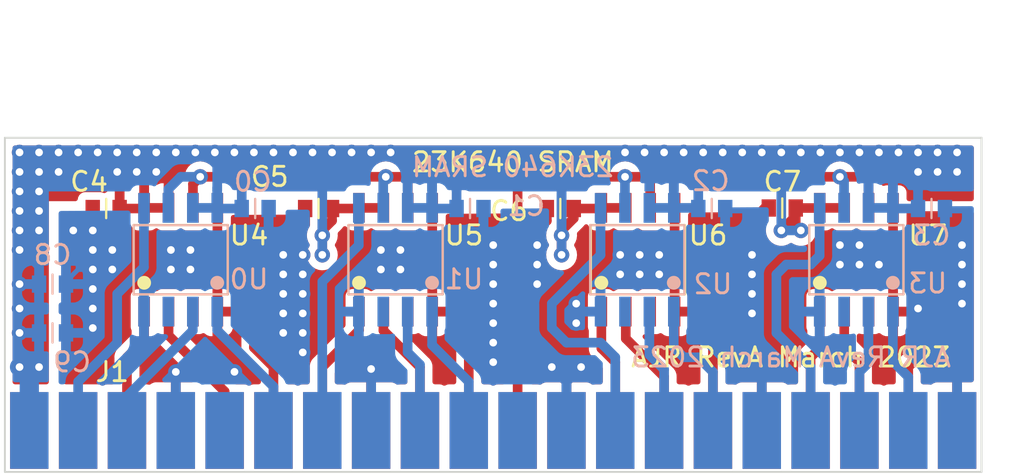
<source format=kicad_pcb>
(kicad_pcb (version 20211014) (generator pcbnew)
  (layers (0 "F.Cu" signal) (31 "B.Cu" signal) (34 "B.Paste" user) (35 "F.Paste" user) (36 "B.SilkS" user "B.Silkscreen") (37 "F.SilkS" user "F.Silkscreen") (38 "B.Mask" user) (39 "F.Mask" user) (44 "Edge.Cuts" user))
  (net 0 "")
  (net 1 "/nCS_0")
  (net 2 "/S0_0")
  (net 4 "GND")
  (net 5 "/SI_0")
  (net 6 "Net-(J1-Pad21)")
  (net 7 "+3V3")
  (net 8 "/nCS_1")
  (net 9 "/S0_1")
  (net 11 "/SI_1")
  (net 12 "/nCS_2")
  (net 13 "/S0_2")
  (net 15 "/SI_2")
  (net 16 "/nCS_3")
  (net 17 "/S0_3")
  (net 19 "/SI_3")
  (net 20 "/nCS_4")
  (net 21 "/S0_4")
  (net 23 "/SI_4")
  (net 24 "/nCS_5")
  (net 25 "/S0_5")
  (net 27 "/SI_5")
  (net 28 "/nCS_6")
  (net 29 "/S0_6")
  (net 31 "/SI_6")
  (net 32 "/nCS_7")
  (net 33 "/S0_7")
  (net 35 "/SI_7")
  (footprint "23K640:23K640" (layer "F.Cu") (at 83.19 118.27)
    (fp_text reference "U5")
    (fp_text value "23K640")
  )
  (footprint "23K640:0603" (layer "F.Cu") (at 92.961 112.903)
    (fp_text reference "C6")
    (fp_text value "CAP_100nF_0603_6V3")
  )
  (footprint "23K640:0603" (layer "F.Cu") (at 80.388 112.903)
    (fp_text reference "C5")
    (fp_text value "CAP_100nF_0603_6V3")
  )
  (footprint "23K640:23K640" (layer "F.Cu") (at 72.014 118.27)
    (fp_text reference "U4")
    (fp_text value "23K640")
  )
  (footprint "23K640:0603" (layer "F.Cu") (at 104.5068 112.8776)
    (fp_text reference "C7")
    (fp_text value "CAP_100nF_0603_6V3")
  )
  (footprint "23K640:0603" (layer "F.Cu") (at 69.339 112.903)
    (fp_text reference "C4")
    (fp_text value "CAP_100nF_0603_6V3")
  )
  (footprint "23K640:23K640" (layer "F.Cu") (at 95.796 118.27)
    (fp_text reference "U6")
    (fp_text value "23K640")
  )
  (footprint "23K640:2x20_Header" (layer "F.Cu") (at 66.04 124.46)
    (fp_text reference "J1")
    (fp_text value "2x20_Socket")
  )
  (footprint "23K640:23K640" (layer "F.Cu") (at 107.16 118.27)
    (fp_text reference "U7")
    (fp_text value "23K640")
  )
  (footprint "23K640:23K640" (layer "B.Cu") (at 110.96 118.27 180)
    (fp_text reference "U3")
    (fp_text value "23K640")
  )
  (footprint "23K640:0603" (layer "B.Cu") (at 102.238 112.903 180)
    (fp_text reference "C2")
    (fp_text value "CAP_100nF_0603_6V3")
  )
  (footprint "23K640:0603" (layer "B.Cu") (at 78.489 112.903 180)
    (fp_text reference "C0")
    (fp_text value "CAP_100nF_0603_6V3")
  )
  (footprint "23K640:23K640" (layer "B.Cu") (at 86.99 118.27 180)
    (fp_text reference "U1")
    (fp_text value "23K640")
  )
  (footprint "23K640:0603" (layer "B.Cu") (at 67.948 119.38 180)
    (fp_text reference "C9")
    (fp_text value "CAP_100nF_0603_6V3")
  )
  (footprint "23K640:0603" (layer "B.Cu") (at 89.665 112.903 180)
    (fp_text reference "C1")
    (fp_text value "CAP_100nF_0603_6V3")
  )
  (footprint "23K640:23K640" (layer "B.Cu") (at 75.814 118.27 180)
    (fp_text reference "U0")
    (fp_text value "23K640")
  )
  (footprint "23K640:0603" (layer "B.Cu") (at 67.948 116.84 180)
    (fp_text reference "C8")
    (fp_text value "CAP_4.7uF_0603_6V3")
  )
  (footprint "23K640:0603" (layer "B.Cu") (at 113.668 112.903 180)
    (fp_text reference "C3")
    (fp_text value "CAP_100nF_0603_6V3")
  )
  (footprint "23K640:23K640" (layer "B.Cu") (at 99.563 118.27 180)
    (fp_text reference "U2")
    (fp_text value "23K640")
  )
  (gr_line (start 64.77 126.619) (end 115.57 126.619) (layer "Edge.Cuts") (width 0.1))
  (gr_line (start 115.57 109.22) (end 64.77 109.22) (layer "Edge.Cuts") (width 0.1))
  (gr_line (start 64.77 109.22) (end 64.77 126.619) (layer "Edge.Cuts") (width 0.1))
  (gr_line (start 115.57 126.619) (end 115.57 109.22) (layer "Edge.Cuts") (width 0.1))
  (gr_text "AJR RevA March 2023" (at 105.664 120.65) (layer "B.SilkS") (effects (font (size 1 1)) (justify mirror)))
  (gr_text "23K640 SRAM" (at 91.186 110.744) (layer "B.SilkS") (effects (font (size 1 1)) (justify mirror)))
  (gr_text "23K640 SRAM" (at 91.186 110.49) (layer "F.SilkS") (effects (font (size 1 1))))
  (gr_text "AJR RevA March 2023" (at 105.664 120.65) (layer "F.SilkS") (effects (font (size 1 1))))
  (segment (start 75.814 119.248) (end 78.74 122.174) (width 0.5) (layer "B.Cu") (net 1))
  (segment (start 75.814 118.27) (end 75.814 119.248) (width 0.5) (layer "B.Cu") (net 1))
  (segment (start 78.74 122.174) (end 78.74 124.46) (width 0.5) (layer "B.Cu") (net 1))
  (segment (start 74.544 119.258) (end 74.544 118.27) (width 0.5) (layer "B.Cu") (net 2))
  (segment (start 71.12 124.46) (end 71.12 122.682) (width 0.5) (layer "B.Cu") (net 2))
  (segment (start 71.12 122.682) (end 74.544 119.258) (width 0.5) (layer "B.Cu") (net 2))
  (segment (start 93.98 121.92) (end 93.218 121.158) (width 0.5) (layer "F.Cu") (net 4))
  (segment (start 75.824 120.519402) (end 75.824 118.27) (width 0.25) (layer "F.Cu") (net 4))
  (segment (start 93.98 122.174) (end 93.98 121.92) (width 0.5) (layer "F.Cu") (net 4))
  (segment (start 92.456 114.046) (end 92.456 114.808) (width 0.5) (layer "F.Cu") (net 4))
  (segment (start 76.712299 121.407701) (end 75.824 120.519402) (width 0.25) (layer "F.Cu") (net 4))
  (segment (start 104.2924 112.8776) (end 103.632 113.538) (width 0.5) (layer "F.Cu") (net 4))
  (segment (start 103.632 113.538) (end 103.632 115.316) (width 0.5) (layer "F.Cu") (net 4))
  (segment (start 93.98 124.46) (end 93.98 122.174) (width 0.5) (layer "F.Cu") (net 4))
  (segment (start 93.98 122.174) (end 93.98 122.0216) (width 0.25) (layer "F.Cu") (net 4))
  (segment (start 104.5068 112.8776) (end 104.2924 112.8776) (width 0.5) (layer "F.Cu") (net 4))
  (segment (start 92.961 112.903) (end 92.961 113.541) (width 0.5) (layer "F.Cu") (net 4))
  (segment (start 94.742 121.158) (end 93.98 121.92) (width 0.5) (layer "F.Cu") (net 4))
  (segment (start 83.82 124.46) (end 83.82 121.2596) (width 0.25) (layer "F.Cu") (net 4))
  (segment (start 69.339 112.903) (end 69.339 113.287) (width 0.25) (layer "F.Cu") (net 4))
  (segment (start 92.961 113.541) (end 92.456 114.046) (width 0.5) (layer "F.Cu") (net 4))
  (segment (start 93.98 122.0216) (end 93.98 121.92) (width 0.5) (layer "F.Cu") (net 4))
  (via (at 70.358 116.078) (size 0.8) (drill 0.4) (layers "F.Cu" "B.Cu") (net 4))
  (via (at 83.82 121.2596) (size 0.8) (drill 0.4) (layers "F.Cu" "B.Cu") (net 4))
  (via (at 94.488 118.872) (size 0.8) (drill 0.4) (layers "F.Cu" "B.Cu") (net 4))
  (via (at 114.554 116.84) (size 0.8) (drill 0.4) (layers "F.Cu" "B.Cu") (net 4))
  (via (at 90.17 115.824) (size 0.8) (drill 0.4) (layers "F.Cu" "B.Cu") (net 4))
  (via (at 94.488 117.856) (size 0.8) (drill 0.4) (layers "F.Cu" "B.Cu") (net 4))
  (via (at 109.22 114.808) (size 0.8) (drill 0.4) (layers "F.Cu" "B.Cu") (net 4))
  (via (at 79.248 118.364) (size 0.8) (drill 0.4) (layers "F.Cu" "B.Cu") (net 4))
  (via (at 98.806 115.316) (size 0.8) (drill 0.4) (layers "F.Cu" "B.Cu") (net 4))
  (via (at 109.22 115.824) (size 0.8) (drill 0.4) (layers "F.Cu" "B.Cu") (net 4))
  (via (at 74.422 115.062) (size 0.8) (drill 0.4) (layers "F.Cu" "B.Cu") (net 4))
  (via (at 90.17 120.904) (size 0.8) (drill 0.4) (layers "F.Cu" "B.Cu") (net 4))
  (via (at 96.774 116.332) (size 0.8) (drill 0.4) (layers "F.Cu" "B.Cu") (net 4))
  (via (at 79.248 116.332) (size 0.8) (drill 0.4) (layers "F.Cu" "B.Cu") (net 4))
  (via (at 103.632 116.332) (size 0.8) (drill 0.4) (layers "F.Cu" "B.Cu") (net 4))
  (via (at 93.218 121.158) (size 0.8) (drill 0.4) (layers "F.Cu" "B.Cu") (net 4))
  (via (at 73.406 115.062) (size 0.8) (drill 0.4) (layers "F.Cu" "B.Cu") (net 4))
  (via (at 112.268 118.11) (size 0.8) (drill 0.4) (layers "F.Cu" "B.Cu") (net 4))
  (via (at 84.328 116.078) (size 0.8) (drill 0.4) (layers "F.Cu" "B.Cu") (net 4))
  (via (at 84.328 115.062) (size 0.8) (drill 0.4) (layers "F.Cu" "B.Cu") (net 4))
  (via (at 73.406 116.078) (size 0.8) (drill 0.4) (layers "F.Cu" "B.Cu") (net 4))
  (via (at 85.344 115.062) (size 0.8) (drill 0.4) (layers "F.Cu" "B.Cu") (net 4))
  (via (at 68.326 114.046) (size 0.8) (drill 0.4) (layers "F.Cu" "B.Cu") (net 4))
  (via (at 92.456 116.84) (size 0.8) (drill 0.4) (layers "F.Cu" "B.Cu") (net 4))
  (via (at 69.342 118.11) (size 0.8) (drill 0.4) (layers "F.Cu" "B.Cu") (net 4))
  (via (at 92.456 114.808) (size 0.8) (drill 0.4) (layers "F.Cu" "B.Cu") (net 4))
  (via (at 69.342 117.094) (size 0.8) (drill 0.4) (layers "F.Cu" "B.Cu") (net 4))
  (via (at 69.342 119.126) (size 0.8) (drill 0.4) (layers "F.Cu" "B.Cu") (net 4))
  (via (at 90.17 114.808) (size 0.8) (drill 0.4) (layers "F.Cu" "B.Cu") (net 4))
  (via (at 96.774 115.316) (size 0.8) (drill 0.4) (layers "F.Cu" "B.Cu") (net 4))
  (via (at 90.17 117.856) (size 0.8) (drill 0.4) (layers "F.Cu" "B.Cu") (net 4))
  (via (at 74.422 116.078) (size 0.8) (drill 0.4) (layers "F.Cu" "B.Cu") (net 4))
  (via (at 114.554 117.856) (size 0.8) (drill 0.4) (layers "F.Cu" "B.Cu") (net 4))
  (via (at 103.632 117.348) (size 0.8) (drill 0.4) (layers "F.Cu" "B.Cu") (net 4))
  (via (at 79.248 117.348) (size 0.8) (drill 0.4) (layers "F.Cu" "B.Cu") (net 4))
  (via (at 97.79 115.316) (size 0.8) (drill 0.4) (layers "F.Cu" "B.Cu") (net 4))
  (via (at 85.344 116.078) (size 0.8) (drill 0.4) (layers "F.Cu" "B.Cu") (net 4))
  (via (at 108.204 114.808) (size 0.8) (drill 0.4) (layers "F.Cu" "B.Cu") (net 4))
  (via (at 69.342 115.062) (size 0.8) (drill 0.4) (layers "F.Cu" "B.Cu") (net 4))
  (via (at 114.554 114.808) (size 0.8) (drill 0.4) (layers "F.Cu" "B.Cu") (net 4))
  (via (at 73.66 121.412) (size 0.8) (drill 0.4) (layers "F.Cu" "B.Cu") (net 4))
  (via (at 76.712299 121.407701) (size 0.8) (drill 0.4) (layers "F.Cu" "B.Cu") (net 4))
  (via (at 94.742 121.158) (size 0.8) (drill 0.4) (layers "F.Cu" "B.Cu") (net 4))
  (via (at 80.264 120.396) (size 0.8) (drill 0.4) (layers "F.Cu" "B.Cu") (net 4))
  (via (at 69.342 114.046) (size 0.8) (drill 0.4) (layers "F.Cu" "B.Cu") (net 4))
  (via (at 80.264 117.348) (size 0.8) (drill 0.4) (layers "F.Cu" "B.Cu") (net 4))
  (via (at 90.17 119.888) (size 0.8) (drill 0.4) (layers "F.Cu" "B.Cu") (net 4))
  (via (at 79.248 119.38) (size 0.8) (drill 0.4) (layers "F.Cu" "B.Cu") (net 4))
  (via (at 79.248 115.316) (size 0.8) (drill 0.4) (layers "F.Cu" "B.Cu") (net 4))
  (via (at 90.17 116.84) (size 0.8) (drill 0.4) (layers "F.Cu" "B.Cu") (net 4))
  (via (at 103.632 118.364) (size 0.8) (drill 0.4) (layers "F.Cu" "B.Cu") (net 4))
  (via (at 92.456 115.824) (size 0.8) (drill 0.4) (layers "F.Cu" "B.Cu") (net 4))
  (via (at 80.264 115.316) (size 0.8) (drill 0.4) (layers "F.Cu" "B.Cu") (net 4))
  (via (at 110.236 115.824) (size 0.8) (drill 0.4) (layers "F.Cu" "B.Cu") (net 4))
  (via (at 108.204 115.824) (size 0.8) (drill 0.4) (layers "F.Cu" "B.Cu") (net 4))
  (via (at 80.264 118.364) (size 0.8) (drill 0.4) (layers "F.Cu" "B.Cu") (net 4))
  (via (at 97.79 116.332) (size 0.8) (drill 0.4) (layers "F.Cu" "B.Cu") (net 4))
  (via (at 70.358 115.062) (size 0.8) (drill 0.4) (layers "F.Cu" "B.Cu") (net 4))
  (via (at 114.554 115.824) (size 0.8) (drill 0.4) (layers "F.Cu" "B.Cu") (net 4))
  (via (at 69.342 116.078) (size 0.8) (drill 0.4) (layers "F.Cu" "B.Cu") (net 4))
  (via (at 80.264 116.332) (size 0.8) (drill 0.4) (layers "F.Cu" "B.Cu") (net 4))
  (via (at 98.806 116.332) (size 0.8) (drill 0.4) (layers "F.Cu" "B.Cu") (net 4))
  (via (at 103.632 115.316) (size 0.8) (drill 0.4) (layers "F.Cu" "B.Cu") (net 4))
  (via (at 90.17 118.872) (size 0.8) (drill 0.4) (layers "F.Cu" "B.Cu") (net 4))
  (via (at 80.264 119.38) (size 0.8) (drill 0.4) (layers "F.Cu" "B.Cu") (net 4))
  (segment (start 93.98 124.46) (end 93.98 122.0216) (width 0.25) (layer "B.Cu") (net 4))
  (segment (start 102.238 112.903) (end 102.238 114.678) (width 0.5) (layer "B.Cu") (net 4))
  (segment (start 93.98 121.92) (end 93.218 121.158) (width 0.5) (layer "B.Cu") (net 4))
  (segment (start 93.98 124.46) (end 93.98 121.92) (width 0.5) (layer "B.Cu") (net 4))
  (segment (start 69.596 114.046) (end 69.596 115.062) (width 0.25) (layer "B.Cu") (net 4))
  (segment (start 83.18 118.27) (end 83.18 120.6196) (width 0.25) (layer "B.Cu") (net 4))
  (segment (start 102.238 113.922) (end 102.238 114.678) (width 0.25) (layer "B.Cu") (net 4))
  (segment (start 77.47 116.078) (end 78.489 115.059) (width 0.5) (layer "B.Cu") (net 4))
  (segment (start 93.98 121.92) (end 94.742 121.158) (width 0.5) (layer "B.Cu") (net 4))
  (segment (start 72.004 117.1244) (end 72.004 118.27) (width 0.5) (layer "B.Cu") (net 4))
  (segment (start 72.004 117.1244) (end 72.3596 117.1244) (width 0.5) (layer "B.Cu") (net 4))
  (segment (start 69.596 114.046) (end 68.58 114.046) (width 0.25) (layer "B.Cu") (net 4))
  (segment (start 69.342 116.078) (end 68.58 116.078) (width 0.25) (layer "B.Cu") (net 4))
  (segment (start 69.596 116.078) (end 69.342 116.078) (width 0.25) (layer "B.Cu") (net 4))
  (segment (start 69.596 115.062) (end 68.58 115.062) (width 0.25) (layer "B.Cu") (net 4))
  (segment (start 89.665 112.903) (end 89.665 114.0938) (width 0.25) (layer "B.Cu") (net 4))
  (segment (start 89.665 117.605) (end 93.218 121.158) (width 0.5) (layer "B.Cu") (net 4))
  (segment (start 102.238 112.903) (end 102.238 113.922) (width 0.25) (layer "B.Cu") (net 4))
  (segment (start 74.422 116.078) (end 73.406 116.078) (width 0.5) (layer "B.Cu") (net 4))
  (segment (start 68.58 115.062) (end 68.58 114.046) (width 0.25) (layer "B.Cu") (net 4))
  (segment (start 102.238 114.678) (end 101.6 115.316) (width 0.5) (layer "B.Cu") (net 4))
  (segment (start 83.18 120.6196) (end 83.82 121.2596) (width 0.25) (layer "B.Cu") (net 4))
  (segment (start 89.665 112.903) (end 89.665 117.605) (width 0.5) (layer "B.Cu") (net 4))
  (segment (start 67.948 116.71) (end 68.58 116.078) (width 0.25) (layer "B.Cu") (net 4))
  (segment (start 78.489 115.059) (end 78.489 112.903) (width 0.5) (layer "B.Cu") (net 4))
  (segment (start 67.948 119.38) (end 67.948 116.84) (width 0.25) (layer "B.Cu") (net 4))
  (segment (start 72.3596 117.1244) (end 73.406 116.078) (width 0.5) (layer "B.Cu") (net 4))
  (segment (start 83.82 121.2596) (end 83.82 124.46) (width 0.25) (layer "B.Cu") (net 4))
  (segment (start 101.6 115.316) (end 98.806 115.316) (width 0.5) (layer "B.Cu") (net 4))
  (segment (start 69.596 116.078) (end 69.596 115.062) (width 0.25) (layer "B.Cu") (net 4))
  (segment (start 68.58 116.078) (end 68.58 115.062) (width 0.25) (layer "B.Cu") (net 4))
  (segment (start 67.948 116.84) (end 67.948 116.71) (width 0.25) (layer "B.Cu") (net 4))
  (segment (start 74.422 116.078) (end 77.47 116.078) (width 0.5) (layer "B.Cu") (net 4))
  (segment (start 72.004 115.956) (end 72.004 112.87) (width 0.5) (layer "B.Cu") (net 5))
  (segment (start 68.58 121.92) (end 70.612 119.888) (width 0.5) (layer "B.Cu") (net 5))
  (segment (start 70.612 119.888) (end 70.612 117.348) (width 0.5) (layer "B.Cu") (net 5))
  (segment (start 70.612 117.348) (end 72.004 115.956) (width 0.5) (layer "B.Cu") (net 5))
  (segment (start 68.58 124.46) (end 68.58 121.92) (width 0.5) (layer "B.Cu") (net 5))
  (segment (start 109.474 111.252) (end 108.204 111.252) (width 0.5) (layer "F.Cu") (net 6))
  (segment (start 74.554 111.628) (end 74.554 112.87) (width 0.5) (layer "F.Cu") (net 6))
  (segment (start 109.7 111.478) (end 109.474 111.252) (width 0.5) (layer "F.Cu") (net 6))
  (segment (start 97.028 111.252) (end 91.44 111.252) (width 0.5) (layer "F.Cu") (net 6))
  (segment (start 91.44 111.252) (end 91.44 124.46) (width 0.5) (layer "F.Cu") (net 6))
  (segment (start 85.73 111.374) (end 85.852 111.252) (width 0.5) (layer "F.Cu") (net 6))
  (segment (start 109.7 112.87) (end 109.7 111.478) (width 0.5) (layer "F.Cu") (net 6))
  (segment (start 108.204 111.252) (end 98.298 111.252) (width 0.5) (layer "F.Cu") (net 6))
  (segment (start 74.93 111.252) (end 74.554 111.628) (width 0.5) (layer "F.Cu") (net 6))
  (segment (start 98.298 111.252) (end 97.028 111.252) (width 0.5) (layer "F.Cu") (net 6))
  (segment (start 84.582 111.252) (end 74.93 111.252) (width 0.5) (layer "F.Cu") (net 6))
  (segment (start 98.336 112.87) (end 98.336 111.29) (width 0.5) (layer "F.Cu") (net 6))
  (segment (start 85.852 111.252) (end 91.44 111.252) (width 0.5) (layer "F.Cu") (net 6))
  (segment (start 85.73 112.87) (end 85.73 111.374) (width 0.5) (layer "F.Cu") (net 6))
  (segment (start 85.852 111.252) (end 84.582 111.252) (width 0.5) (layer "F.Cu") (net 6))
  (segment (start 98.336 111.29) (end 98.298 111.252) (width 0.5) (layer "F.Cu") (net 6))
  (via (at 108.204 111.252) (size 0.8) (drill 0.4) (layers "F.Cu" "B.Cu") (net 6))
  (via (at 74.93 111.252) (size 0.8) (drill 0.4) (layers "F.Cu" "B.Cu") (net 6))
  (via (at 84.582 111.252) (size 0.8) (drill 0.4) (layers "F.Cu" "B.Cu") (net 6))
  (via (at 97.028 111.252) (size 0.8) (drill 0.4) (layers "F.Cu" "B.Cu") (net 6))
  (segment (start 84.45 111.384) (end 84.582 111.252) (width 0.5) (layer "B.Cu") (net 6))
  (segment (start 84.45 112.87) (end 84.45 111.384) (width 0.5) (layer "B.Cu") (net 6))
  (segment (start 73.274 112.87) (end 73.274 111.892) (width 0.5) (layer "B.Cu") (net 6))
  (segment (start 97.023 112.87) (end 97.023 111.257) (width 0.5) (layer "B.Cu") (net 6))
  (segment (start 73.274 111.892) (end 73.914 111.252) (width 0.5) (layer "B.Cu") (net 6))
  (segment (start 73.914 111.252) (end 74.93 111.252) (width 0.5) (layer "B.Cu") (net 6))
  (segment (start 108.42 111.468) (end 108.204 111.252) (width 0.5) (layer "B.Cu") (net 6))
  (segment (start 108.42 112.87) (end 108.42 111.468) (width 0.5) (layer "B.Cu") (net 6))
  (segment (start 97.023 111.257) (end 97.028 111.252) (width 0.5) (layer "B.Cu") (net 6))
  (segment (start 105.9068 113.2952) (end 105.156 114.046) (width 0.5) (layer "F.Cu") (net 7))
  (segment (start 94.361 112.903) (end 95.763 112.903) (width 0.5) (layer "F.Cu") (net 7))
  (segment (start 94.361 112.903) (end 94.361 113.411) (width 0.5) (layer "F.Cu") (net 7))
  (segment (start 105.9068 112.8776) (end 105.9068 113.2952) (width 0.5) (layer "F.Cu") (net 7))
  (segment (start 81.28 114.3) (end 81.28 115.316) (width 0.5) (layer "F.Cu") (net 7))
  (segment (start 83.157 112.903) (end 83.19 112.87) (width 0.5) (layer "F.Cu") (net 7))
  (segment (start 70.739 111.125) (end 70.612 110.998) (width 0.25) (layer "F.Cu") (net 7))
  (segment (start 107.1524 112.8776) (end 107.16 112.87) (width 0.5) (layer "F.Cu") (net 7))
  (segment (start 84.46 112.87) (end 83.19 112.87) (width 0.5) (layer "F.Cu") (net 7))
  (segment (start 105.9068 112.8776) (end 105.9068 113.7808) (width 0.5) (layer "F.Cu") (net 7))
  (segment (start 71.981 112.903) (end 72.014 112.87) (width 0.5) (layer "F.Cu") (net 7))
  (segment (start 93.726 114.3) (end 93.726 115.316) (width 0.5) (layer "F.Cu") (net 7))
  (segment (start 105.9068 112.8776) (end 107.1524 112.8776) (width 0.5) (layer "F.Cu") (net 7))
  (segment (start 81.788 113.538) (end 81.28 114.046) (width 0.5) (layer "F.Cu") (net 7))
  (segment (start 93.726 114.046) (end 93.726 114.3) (width 0.5) (layer "F.Cu") (net 7))
  (segment (start 97.066 112.87) (end 95.796 112.87) (width 0.5) (layer "F.Cu") (net 7))
  (segment (start 70.739 112.903) (end 71.981 112.903) (width 0.5) (layer "F.Cu") (net 7))
  (segment (start 73.284 111.638) (end 72.644 110.998) (width 0.25) (layer "F.Cu") (net 7))
  (segment (start 73.284 112.87) (end 72.014 112.87) (width 0.5) (layer "F.Cu") (net 7))
  (segment (start 94.361 113.411) (end 93.726 114.046) (width 0.5) (layer "F.Cu") (net 7))
  (segment (start 81.788 112.903) (end 83.157 112.903) (width 0.5) (layer "F.Cu") (net 7))
  (segment (start 71.628 109.982) (end 71.628 110.998) (width 0.25) (layer "F.Cu") (net 7))
  (segment (start 105.9068 113.7808) (end 106.172 114.046) (width 0.5) (layer "F.Cu") (net 7))
  (segment (start 108.43 112.87) (end 107.16 112.87) (width 0.5) (layer "F.Cu") (net 7))
  (segment (start 72.014 112.87) (end 72.014 111.384) (width 0.25) (layer "F.Cu") (net 7))
  (segment (start 81.788 112.903) (end 81.788 113.538) (width 0.5) (layer "F.Cu") (net 7))
  (segment (start 70.739 112.903) (end 70.739 111.125) (width 0.25) (layer "F.Cu") (net 7))
  (segment (start 95.763 112.903) (end 95.796 112.87) (width 0.5) (layer "F.Cu") (net 7))
  (segment (start 73.284 112.87) (end 73.284 111.638) (width 0.25) (layer "F.Cu") (net 7))
  (segment (start 72.644 109.982) (end 72.644 110.998) (width 0.25) (layer "F.Cu") (net 7))
  (segment (start 72.014 111.384) (end 71.628 110.998) (width 0.25) (layer "F.Cu") (net 7))
  (segment (start 81.28 114.046) (end 81.28 114.3) (width 0.5) (layer "F.Cu") (net 7))
  (via (at 107.188 109.982) (size 0.8) (drill 0.4) (layers "F.Cu" "B.Cu") (net 7))
  (via (at 83.82 109.982) (size 0.8) (drill 0.4) (layers "F.Cu" "B.Cu") (net 7))
  (via (at 66.548 110.998) (size 0.8) (drill 0.4) (layers "F.Cu" "B.Cu") (net 7))
  (via (at 71.628 109.982) (size 0.8) (drill 0.4) (layers "F.Cu" "B.Cu") (net 7))
  (via (at 106.172 114.046) (size 0.8) (drill 0.4) (layers "F.Cu" "B.Cu") (net 7))
  (via (at 65.532 116.84) (size 0.8) (drill 0.4) (layers "F.Cu" "B.Cu") (net 7))
  (via (at 108.204 109.982) (size 0.8) (drill 0.4) (layers "F.Cu" "B.Cu") (net 7))
  (via (at 78.74 109.982) (size 0.8) (drill 0.4) (layers "F.Cu" "B.Cu") (net 7))
  (via (at 104.14 109.982) (size 0.8) (drill 0.4) (layers "F.Cu" "B.Cu") (net 7))
  (via (at 101.092 109.982) (size 0.8) (drill 0.4) (layers "F.Cu" "B.Cu") (net 7))
  (via (at 81.28 114.3) (size 0.8) (drill 0.4) (layers "F.Cu" "B.Cu") (net 7))
  (via (at 66.548 113.03) (size 0.8) (drill 0.4) (layers "F.Cu" "B.Cu") (net 7))
  (via (at 65.532 113.03) (size 0.8) (drill 0.4) (layers "F.Cu" "B.Cu") (net 7))
  (via (at 65.532 118.11) (size 0.8) (drill 0.4) (layers "F.Cu" "B.Cu") (net 7))
  (via (at 65.532 121.158) (size 0.8) (drill 0.4) (layers "F.Cu" "B.Cu") (net 7))
  (via (at 74.676 109.982) (size 0.8) (drill 0.4) (layers "F.Cu" "B.Cu") (net 7))
  (via (at 93.726 115.316) (size 0.8) (drill 0.4) (layers "F.Cu" "B.Cu") (net 7))
  (via (at 112.268 109.982) (size 0.8) (drill 0.4) (layers "F.Cu" "B.Cu") (net 7))
  (via (at 69.596 109.982) (size 0.8) (drill 0.4) (layers "F.Cu" "B.Cu") (net 7))
  (via (at 65.532 115.062) (size 0.8) (drill 0.4) (layers "F.Cu" "B.Cu") (net 7))
  (via (at 66.548 121.158) (size 0.8) (drill 0.4) (layers "F.Cu" "B.Cu") (net 7))
  (via (at 66.548 112.014) (size 0.8) (drill 0.4) (layers "F.Cu" "B.Cu") (net 7))
  (via (at 68.58 109.982) (size 0.8) (drill 0.4) (layers "F.Cu" "B.Cu") (net 7))
  (via (at 106.172 109.982) (size 0.8) (drill 0.4) (layers "F.Cu" "B.Cu") (net 7))
  (via (at 97.028 109.982) (size 0.8) (drill 0.4) (layers "F.Cu" "B.Cu") (net 7))
  (via (at 72.644 109.982) (size 0.8) (drill 0.4) (layers "F.Cu" "B.Cu") (net 7))
  (via (at 66.548 114.046) (size 0.8) (drill 0.4) (layers "F.Cu" "B.Cu") (net 7))
  (via (at 76.708 109.982) (size 0.8) (drill 0.4) (layers "F.Cu" "B.Cu") (net 7))
  (via (at 114.3 110.998) (size 0.8) (drill 0.4) (layers "F.Cu" "B.Cu") (net 7))
  (via (at 105.156 109.982) (size 0.8) (drill 0.4) (layers "F.Cu" "B.Cu") (net 7))
  (via (at 71.628 110.998) (size 0.8) (drill 0.4) (layers "F.Cu" "B.Cu") (net 7))
  (via (at 109.22 109.982) (size 0.8) (drill 0.4) (layers "F.Cu" "B.Cu") (net 7))
  (via (at 65.532 119.38) (size 0.8) (drill 0.4) (layers "F.Cu" "B.Cu") (net 7))
  (via (at 70.612 110.998) (size 0.8) (drill 0.4) (layers "F.Cu" "B.Cu") (net 7))
  (via (at 73.66 109.982) (size 0.8) (drill 0.4) (layers "F.Cu" "B.Cu") (net 7))
  (via (at 77.724 109.982) (size 0.8) (drill 0.4) (layers "F.Cu" "B.Cu") (net 7))
  (via (at 81.28 115.316) (size 0.8) (drill 0.4) (layers "F.Cu" "B.Cu") (net 7))
  (via (at 65.532 109.982) (size 0.8) (drill 0.4) (layers "F.Cu" "B.Cu") (net 7))
  (via (at 111.252 109.982) (size 0.8) (drill 0.4) (layers "F.Cu" "B.Cu") (net 7))
  (via (at 67.564 109.982) (size 0.8) (drill 0.4) (layers "F.Cu" "B.Cu") (net 7))
  (via (at 114.3 109.982) (size 0.8) (drill 0.4) (layers "F.Cu" "B.Cu") (net 7))
  (via (at 65.532 112.014) (size 0.8) (drill 0.4) (layers "F.Cu" "B.Cu") (net 7))
  (via (at 79.756 109.982) (size 0.8) (drill 0.4) (layers "F.Cu" "B.Cu") (net 7))
  (via (at 110.236 109.982) (size 0.8) (drill 0.4) (layers "F.Cu" "B.Cu") (net 7))
  (via (at 72.644 110.998) (size 0.8) (drill 0.4) (layers "F.Cu" "B.Cu") (net 7))
  (via (at 102.108 109.982) (size 0.8) (drill 0.4) (layers "F.Cu" "B.Cu") (net 7))
  (via (at 100.076 109.982) (size 0.8) (drill 0.4) (layers "F.Cu" "B.Cu") (net 7))
  (via (at 103.124 109.982) (size 0.8) (drill 0.4) (layers "F.Cu" "B.Cu") (net 7))
  (via (at 113.284 109.982) (size 0.8) (drill 0.4) (layers "F.Cu" "B.Cu") (net 7))
  (via (at 65.532 110.998) (size 0.8) (drill 0.4) (layers "F.Cu" "B.Cu") (net 7))
  (via (at 81.788 109.982) (size 0.8) (drill 0.4) (layers "F.Cu" "B.Cu") (net 7))
  (via (at 75.692 109.982) (size 0.8) (drill 0.4) (layers "F.Cu" "B.Cu") (net 7))
  (via (at 67.564 110.998) (size 0.8) (drill 0.4) (layers "F.Cu" "B.Cu") (net 7))
  (via (at 112.268 110.998) (size 0.8) (drill 0.4) (layers "F.Cu" "B.Cu") (net 7))
  (via (at 80.772 109.982) (size 0.8) (drill 0.4) (layers "F.Cu" "B.Cu") (net 7))
  (via (at 65.532 114.046) (size 0.8) (drill 0.4) (layers "F.Cu" "B.Cu") (net 7))
  (via (at 82.804 109.982) (size 0.8) (drill 0.4) (layers "F.Cu" "B.Cu") (net 7))
  (via (at 93.726 114.3) (size 0.8) (drill 0.4) (layers "F.Cu" "B.Cu") (net 7))
  (via (at 99.06 109.982) (size 0.8) (drill 0.4) (layers "F.Cu" "B.Cu") (net 7))
  (via (at 66.548 109.982) (size 0.8) (drill 0.4) (layers "F.Cu" "B.Cu") (net 7))
  (via (at 113.284 110.998) (size 0.8) (drill 0.4) (layers "F.Cu" "B.Cu") (net 7))
  (via (at 98.044 109.982) (size 0.8) (drill 0.4) (layers "F.Cu" "B.Cu") (net 7))
  (via (at 84.836 109.982) (size 0.8) (drill 0.4) (layers "F.Cu" "B.Cu") (net 7))
  (via (at 70.612 109.982) (size 0.8) (drill 0.4) (layers "F.Cu" "B.Cu") (net 7))
  (via (at 105.156 114.046) (size 0.8) (drill 0.4) (layers "F.Cu" "B.Cu") (net 7))
  (segment (start 93.726 110.236) (end 93.98 109.982) (width 0.5) (layer "B.Cu") (net 7))
  (segment (start 88.265 112.903) (end 88.265 110.363) (width 0.5) (layer "B.Cu") (net 7))
  (segment (start 65.532 114.046) (end 65.532 115.062) (width 0.25) (layer "B.Cu") (net 7))
  (segment (start 65.532 112.014) (end 65.532 113.03) (width 0.25) (layer "B.Cu") (net 7))
  (segment (start 109.69 110.452) (end 109.22 109.982) (width 0.5) (layer "B.Cu") (net 7))
  (segment (start 66.548 110.998) (end 66.548 112.014) (width 0.25) (layer "B.Cu") (net 7))
  (segment (start 77.089 110.363) (end 76.708 109.982) (width 0.5) (layer "B.Cu") (net 7))
  (segment (start 88.265 110.363) (end 87.884 109.982) (width 0.5) (layer "B.Cu") (net 7))
  (segment (start 74.544 112.87) (end 75.814 112.87) (width 0.5) (layer "B.Cu") (net 7))
  (segment (start 81.28 114.3) (end 81.28 115.316) (width 0.5) (layer "B.Cu") (net 7))
  (segment (start 67.564 110.998) (end 68.58 110.998) (width 0.25) (layer "B.Cu") (net 7))
  (segment (start 86.99 112.87) (end 86.99 110.104) (width 0.5) (layer "B.Cu") (net 7))
  (segment (start 65.532 110.998) (end 66.548 110.998) (width 0.25) (layer "B.Cu") (net 7))
  (segment (start 66.04 121.666) (end 66.548 121.158) (width 1) (layer "B.Cu") (net 7))
  (segment (start 99.563 112.87) (end 100.805 112.87) (width 0.5) (layer "B.Cu") (net 7))
  (segment (start 72.644 109.982) (end 73.66 109.982) (width 0.25) (layer "B.Cu") (net 7))
  (segment (start 66.548 121.158) (end 66.548 119.38) (width 0.25) (layer "B.Cu") (net 7))
  (segment (start 100.838 110.236) (end 101.092 109.982) (width 0.5) (layer "B.Cu") (net 7))
  (segment (start 68.58 110.998) (end 69.596 110.998) (width 0.25) (layer "B.Cu") (net 7))
  (segment (start 69.596 109.982) (end 69.596 110.998) (width 0.25) (layer "B.Cu") (net 7))
  (segment (start 106.172 114.046) (end 105.156 114.046) (width 0.5) (layer "B.Cu") (net 7))
  (segment (start 81.28 114.3) (end 81.28 110.49) (width 0.5) (layer "B.Cu") (net 7))
  (segment (start 66.548 110.998) (end 67.564 110.998) (width 0.25) (layer "B.Cu") (net 7))
  (segment (start 87.023 112.903) (end 86.99 112.87) (width 0.5) (layer "B.Cu") (net 7))
  (segment (start 112.268 112.903) (end 112.268 110.998) (width 0.5) (layer "B.Cu") (net 7))
  (segment (start 77.089 112.903) (end 75.847 112.903) (width 0.5) (layer "B.Cu") (net 7))
  (segment (start 75.814 110.104) (end 75.692 109.982) (width 0.5) (layer "B.Cu") (net 7))
  (segment (start 93.726 114.3) (end 93.726 110.236) (width 0.5) (layer "B.Cu") (net 7))
  (segment (start 99.563 110.495) (end 100.076 109.982) (width 0.5) (layer "B.Cu") (net 7))
  (segment (start 73.66 109.982) (end 74.676 109.982) (width 0.25) (layer "B.Cu") (net 7))
  (segment (start 66.548 109.982) (end 66.548 110.998) (width 0.25) (layer "B.Cu") (net 7))
  (segment (start 112.268 110.998) (end 112.268 109.982) (width 0.5) (layer "B.Cu") (net 7))
  (segment (start 81.28 110.49) (end 81.788 109.982) (width 0.5) (layer "B.Cu") (net 7))
  (segment (start 66.548 113.03) (end 66.548 112.014) (width 0.25) (layer "B.Cu") (net 7))
  (segment (start 65.532 110.998) (end 72.644 110.998) (width 0.5) (layer "B.Cu") (net 7))
  (segment (start 66.548 116.84) (end 66.548 119.38) (width 0.25) (layer "B.Cu") (net 7))
  (segment (start 70.612 110.998) (end 70.612 109.982) (width 0.25) (layer "B.Cu") (net 7))
  (segment (start 109.69 112.87) (end 109.69 110.452) (width 0.5) (layer "B.Cu") (net 7))
  (segment (start 65.532 110.998) (end 65.532 112.014) (width 0.25) (layer "B.Cu") (net 7))
  (segment (start 66.548 113.03) (end 65.532 113.03) (width 0.25) (layer "B.Cu") (net 7))
  (segment (start 99.563 110.485) (end 99.06 109.982) (width 0.5) (layer "B.Cu") (net 7))
  (segment (start 88.265 112.903) (end 87.023 112.903) (width 0.5) (layer "B.Cu") (net 7))
  (segment (start 109.69 112.87) (end 110.96 112.87) (width 0.5) (layer "B.Cu") (net 7))
  (segment (start 85.72 110.114) (end 85.852 109.982) (width 0.5) (layer "B.Cu") (net 7))
  (segment (start 66.548 115.062) (end 65.532 115.062) (width 0.25) (layer "B.Cu") (net 7))
  (segment (start 68.58 109.982) (end 68.58 110.998) (width 0.25) (layer "B.Cu") (net 7))
  (segment (start 70.612 109.982) (end 71.628 109.982) (width 0.25) (layer "B.Cu") (net 7))
  (segment (start 67.564 109.982) (end 68.58 109.982) (width 0.25) (layer "B.Cu") (net 7))
  (segment (start 65.532 113.03) (end 65.532 114.046) (width 0.25) (layer "B.Cu") (net 7))
  (segment (start 66.548 115.062) (end 66.548 109.982) (width 0.5) (layer "B.Cu") (net 7))
  (segment (start 112.268 112.903) (end 110.993 112.903) (width 0.5) (layer "B.Cu") (net 7))
  (segment (start 99.563 112.87) (end 99.563 110.485) (width 0.5) (layer "B.Cu") (net 7))
  (segment (start 100.838 112.903) (end 100.838 110.236) (width 0.5) (layer "B.Cu") (net 7))
  (segment (start 66.04 121.666) (end 65.532 121.158) (width 1) (layer "B.Cu") (net 7))
  (segment (start 65.532 115.062) (end 65.532 109.982) (width 0.5) (layer "B.Cu") (net 7))
  (segment (start 65.532 112.014) (end 66.548 112.014) (width 0.25) (layer "B.Cu") (net 7))
  (segment (start 93.726 114.3) (end 93.726 115.316) (width 0.5) (layer "B.Cu") (net 7))
  (segment (start 75.847 112.903) (end 75.814 112.87) (width 0.5) (layer "B.Cu") (net 7))
  (segment (start 110.993 112.903) (end 110.96 112.87) (width 0.5) (layer "B.Cu") (net 7))
  (segment (start 65.532 109.982) (end 66.548 109.982) (width 0.25) (layer "B.Cu") (net 7))
  (segment (start 77.089 112.903) (end 77.089 110.363) (width 0.5) (layer "B.Cu") (net 7))
  (segment (start 86.99 110.104) (end 86.868 109.982) (width 0.5) (layer "B.Cu") (net 7))
  (segment (start 66.548 109.982) (end 67.564 109.982) (width 0.25) (layer "B.Cu") (net 7))
  (segment (start 65.532 115.062) (end 66.548 116.078) (width 0.25) (layer "B.Cu") (net 7))
  (segment (start 99.563 112.87) (end 99.563 110.495) (width 0.5) (layer "B.Cu") (net 7))
  (segment (start 85.72 112.87) (end 86.99 112.87) (width 0.5) (layer "B.Cu") (net 7))
  (segment (start 69.596 109.982) (end 70.612 109.982) (width 0.25) (layer "B.Cu") (net 7))
  (segment (start 67.564 110.998) (end 67.564 109.982) (width 0.25) (layer "B.Cu") (net 7))
  (segment (start 66.04 124.46) (end 66.04 121.666) (width 1) (layer "B.Cu") (net 7))
  (segment (start 85.72 112.87) (end 85.72 110.114) (width 0.5) (layer "B.Cu") (net 7))
  (segment (start 114.3 109.982) (end 85.852 109.982) (width 0.5) (layer "B.Cu") (net 7))
  (segment (start 68.58 109.982) (end 69.596 109.982) (width 0.25) (layer "B.Cu") (net 7))
  (segment (start 72.644 109.982) (end 71.628 109.982) (width 0.25) (layer "B.Cu") (net 7))
  (segment (start 65.532 109.982) (end 65.532 110.998) (width 0.25) (layer "B.Cu") (net 7))
  (segment (start 105.156 114.046) (end 105.156 109.982) (width 0.5) (layer "B.Cu") (net 7))
  (segment (start 110.96 110.274) (end 111.252 109.982) (width 0.5) (layer "B.Cu") (net 7))
  (segment (start 75.814 112.87) (end 75.814 110.104) (width 0.5) (layer "B.Cu") (net 7))
  (segment (start 66.548 116.078) (end 66.548 116.84) (width 0.25) (layer "B.Cu") (net 7))
  (segment (start 93.726 110.744) (end 92.964 109.982) (width 0.5) (layer "B.Cu") (net 7))
  (segment (start 98.293 112.87) (end 99.563 112.87) (width 0.5) (layer "B.Cu") (net 7))
  (segment (start 100.805 112.87) (end 100.838 112.903) (width 0.5) (layer "B.Cu") (net 7))
  (segment (start 81.28 110.49) (end 80.772 109.982) (width 0.5) (layer "B.Cu") (net 7))
  (segment (start 110.96 112.87) (end 110.96 110.274) (width 0.5) (layer "B.Cu") (net 7))
  (segment (start 74.676 109.982) (end 65.532 109.982) (width 0.5) (layer "B.Cu") (net 7))
  (segment (start 93.726 114.3) (end 93.726 110.744) (width 0.5) (layer "B.Cu") (net 7))
  (segment (start 74.676 109.982) (end 85.852 109.982) (width 0.5) (layer "B.Cu") (net 7))
  (segment (start 88.9 121.92) (end 86.99 120.01) (width 0.5) (layer "B.Cu") (net 8))
  (segment (start 88.9 124.46) (end 88.9 121.92) (width 0.5) (layer "B.Cu") (net 8))
  (segment (start 86.99 118.27) (end 86.99 120.01) (width 0.5) (layer "B.Cu") (net 8))
  (segment (start 86.36 124.46) (end 86.36 121.031) (width 0.5) (layer "B.Cu") (net 9))
  (segment (start 85.72 118.27) (end 85.72 120.391) (width 0.5) (layer "B.Cu") (net 9))
  (segment (start 86.36 121.031) (end 85.72 120.391) (width 0.5) (layer "B.Cu") (net 9))
  (segment (start 83.18 114.813) (end 83.18 112.87) (width 0.5) (layer "B.Cu") (net 11))
  (segment (start 81.28 124.46) (end 81.28 116.713) (width 0.5) (layer "B.Cu") (net 11))
  (segment (start 81.28 116.713) (end 83.18 114.813) (width 0.5) (layer "B.Cu") (net 11))
  (segment (start 99.563 120.137) (end 100.076 120.65) (width 0.5) (layer "B.Cu") (net 12))
  (segment (start 100.076 120.65) (end 100.838 120.65) (width 0.5) (layer "B.Cu") (net 12))
  (segment (start 101.6 121.412) (end 100.838 120.65) (width 0.5) (layer "B.Cu") (net 12))
  (segment (start 99.563 118.27) (end 99.563 120.137) (width 0.5) (layer "B.Cu") (net 12))
  (segment (start 101.6 124.46) (end 101.6 121.412) (width 0.5) (layer "B.Cu") (net 12))
  (segment (start 99.06 121.285) (end 98.293 120.518) (width 0.5) (layer "B.Cu") (net 13))
  (segment (start 99.06 124.46) (end 99.06 121.285) (width 0.5) (layer "B.Cu") (net 13))
  (segment (start 98.293 118.27) (end 98.293 120.518) (width 0.5) (layer "B.Cu") (net 13))
  (segment (start 95.753 115.321) (end 93.218 117.856) (width 0.5) (layer "B.Cu") (net 15))
  (segment (start 95.753 112.87) (end 95.753 115.321) (width 0.5) (layer "B.Cu") (net 15))
  (segment (start 95.758 119.888) (end 96.52 120.65) (width 0.5) (layer "B.Cu") (net 15))
  (segment (start 93.218 119.126) (end 93.98 119.888) (width 0.5) (layer "B.Cu") (net 15))
  (segment (start 93.98 119.888) (end 95.758 119.888) (width 0.5) (layer "B.Cu") (net 15))
  (segment (start 96.52 120.65) (end 96.52 124.46) (width 0.5) (layer "B.Cu") (net 15))
  (segment (start 93.218 117.856) (end 93.218 119.126) (width 0.5) (layer "B.Cu") (net 15))
  (segment (start 111.76 124.46) (end 111.76 121.666) (width 0.5) (layer "B.Cu") (net 16))
  (segment (start 111.76 121.666) (end 110.96 120.866) (width 0.5) (layer "B.Cu") (net 16))
  (segment (start 110.96 120.866) (end 110.96 118.27) (width 0.5) (layer "B.Cu") (net 16))
  (segment (start 109.69 120.942) (end 109.22 121.412) (width 0.5) (layer "B.Cu") (net 17))
  (segment (start 109.69 118.27) (end 109.69 120.942) (width 0.5) (layer "B.Cu") (net 17))
  (segment (start 109.22 121.412) (end 109.22 124.46) (width 0.5) (layer "B.Cu") (net 17))
  (segment (start 107.15 112.87) (end 107.15 115.354) (width 0.5) (layer "B.Cu") (net 19))
  (segment (start 106.68 121.158) (end 106.68 124.46) (width 0.5) (layer "B.Cu") (net 19))
  (segment (start 105.41 115.824) (end 104.902 116.332) (width 0.5) (layer "B.Cu") (net 19))
  (segment (start 107.15 115.354) (end 106.68 115.824) (width 0.5) (layer "B.Cu") (net 19))
  (segment (start 104.902 116.332) (end 104.902 119.38) (width 0.5) (layer "B.Cu") (net 19))
  (segment (start 104.902 119.38) (end 106.68 121.158) (width 0.5) (layer "B.Cu") (net 19))
  (segment (start 106.68 115.824) (end 105.41 115.824) (width 0.5) (layer "B.Cu") (net 19))
  (segment (start 71.12 120.65) (end 71.12 124.46) (width 0.5) (layer "F.Cu") (net 20))
  (segment (start 72.014 118.27) (end 72.014 119.756) (width 0.5) (layer "F.Cu") (net 20))
  (segment (start 72.014 119.756) (end 71.12 120.65) (width 0.5) (layer "F.Cu") (net 20))
  (segment (start 76.2 122.428) (end 73.284 119.512) (width 0.5) (layer "F.Cu") (net 21))
  (segment (start 73.284 119.512) (end 73.284 118.27) (width 0.5) (layer "F.Cu") (net 21))
  (segment (start 76.2 124.46) (end 76.2 122.428) (width 0.5) (layer "F.Cu") (net 21))
  (segment (start 78.74 121.158) (end 78.74 124.46) (width 0.5) (layer "F.Cu") (net 23))
  (segment (start 75.824 112.87) (end 75.824 114.686) (width 0.5) (layer "F.Cu") (net 23))
  (segment (start 77.724 116.586) (end 77.724 120.142) (width 0.5) (layer "F.Cu") (net 23))
  (segment (start 75.824 114.686) (end 77.724 116.586) (width 0.5) (layer "F.Cu") (net 23))
  (segment (start 77.724 120.142) (end 78.74 121.158) (width 0.5) (layer "F.Cu") (net 23))
  (segment (start 81.28 121.158) (end 81.28 124.46) (width 0.5) (layer "F.Cu") (net 24))
  (segment (start 83.19 119.248) (end 81.28 121.158) (width 0.5) (layer "F.Cu") (net 24))
  (segment (start 83.19 118.27) (end 83.19 119.248) (width 0.5) (layer "F.Cu") (net 24))
  (segment (start 84.46 118.27) (end 84.46 119.258) (width 0.5) (layer "F.Cu") (net 25))
  (segment (start 86.36 121.158) (end 86.36 124.46) (width 0.5) (layer "F.Cu") (net 25))
  (segment (start 84.46 119.258) (end 86.36 121.158) (width 0.5) (layer "F.Cu") (net 25))
  (segment (start 87 115.194) (end 87 112.87) (width 0.5) (layer "F.Cu") (net 27))
  (segment (start 88.9 124.46) (end 88.9 117.094) (width 0.5) (layer "F.Cu") (net 27))
  (segment (start 88.9 117.094) (end 87 115.194) (width 0.5) (layer "F.Cu") (net 27))
  (segment (start 95.796 120.18) (end 95.796 118.27) (width 0.5) (layer "F.Cu") (net 28))
  (segment (start 96.52 120.904) (end 95.796 120.18) (width 0.5) (layer "F.Cu") (net 28))
  (segment (start 96.52 124.46) (end 96.52 120.904) (width 0.5) (layer "F.Cu") (net 28))
  (segment (start 99.06 121.666) (end 97.066 119.672) (width 0.5) (layer "F.Cu") (net 29))
  (segment (start 99.06 124.46) (end 99.06 121.666) (width 0.5) (layer "F.Cu") (net 29))
  (segment (start 97.066 119.672) (end 97.066 118.27) (width 0.5) (layer "F.Cu") (net 29))
  (segment (start 101.6 116.586) (end 101.6 124.46) (width 0.5) (layer "F.Cu") (net 31))
  (segment (start 99.606 112.87) (end 99.606 114.592) (width 0.5) (layer "F.Cu") (net 31))
  (segment (start 99.606 114.592) (end 101.6 116.586) (width 0.5) (layer "F.Cu") (net 31))
  (segment (start 106.68 120.65) (end 106.68 124.46) (width 0.5) (layer "F.Cu") (net 32))
  (segment (start 107.16 120.17) (end 106.68 120.65) (width 0.5) (layer "F.Cu") (net 32))
  (segment (start 107.16 118.27) (end 107.16 120.17) (width 0.5) (layer "F.Cu") (net 32))
  (segment (start 108.43 120.114) (end 109.22 120.904) (width 0.5) (layer "F.Cu") (net 33))
  (segment (start 109.22 120.904) (end 109.22 124.46) (width 0.5) (layer "F.Cu") (net 33))
  (segment (start 108.43 118.27) (end 108.43 120.114) (width 0.5) (layer "F.Cu") (net 33))
  (segment (start 113.284 119.634) (end 113.284 117.094) (width 0.5) (layer "F.Cu") (net 35))
  (segment (start 111.76 121.158) (end 113.284 119.634) (width 0.5) (layer "F.Cu") (net 35))
  (segment (start 110.97 114.78) (end 110.97 112.87) (width 0.5) (layer "F.Cu") (net 35))
  (segment (start 113.284 117.094) (end 110.97 114.78) (width 0.5) (layer "F.Cu") (net 35))
  (segment (start 111.76 124.46) (end 111.76 121.158) (width 0.5) (layer "F.Cu") (net 35))
  (zone (net 4) (net_name "GND") (layer "F.Cu") (connect_pads (clearance 0.4)) (min_thickness 0.254) (fill yes (thermal_gap 0.508) (thermal_bridge_width 0.508))
    (polygon (pts (xy 115.697 126.746) (xy 67.818 126.746) (xy 67.818 113.284) (xy 115.697 113.03)))
  )
  (zone (net 7) (net_name "+3V3") (layer "F.Cu") (connect_pads (clearance 0.4)) (min_thickness 0.254) (fill yes (thermal_gap 0.508) (thermal_bridge_width 0.508))
    (polygon (pts (xy 115.824 112.522) (xy 67.056 112.522) (xy 67.056 126.746) (xy 64.516 126.746) (xy 64.516 108.966) (xy 115.824 108.966)))
  )
  (zone (net 7) (net_name "+3V3") (layer "B.Cu") (connect_pads (clearance 0.4)) (min_thickness 0.254) (fill yes (thermal_gap 0.508) (thermal_bridge_width 0.508))
    (polygon (pts (xy 115.824 112.014) (xy 67.056 112.014) (xy 67.056 126.746) (xy 64.516 126.746) (xy 64.516 108.966) (xy 115.824 108.966)))
  )
  (zone (net 4) (net_name "GND") (layer "B.Cu") (connect_pads (clearance 0.4)) (min_thickness 0.254) (fill yes (thermal_gap 0.508) (thermal_bridge_width 0.508))
    (polygon (pts (xy 115.697 126.746) (xy 67.564 126.746) (xy 67.564 113.03) (xy 115.824 112.776)))
  )
)
</source>
